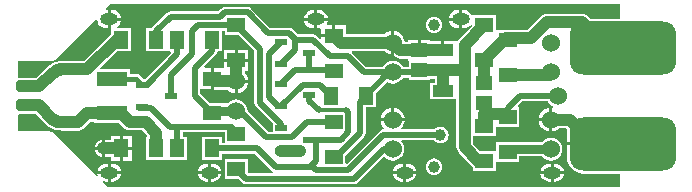
<source format=gbr>
%FSTAX25Y25*%
%MOMM*%
%SFA1B1*%

%IPPOS*%
%AMD16*
4,1,8,-1.000760,0.248920,-1.000760,-0.248920,-0.749300,-0.500380,0.749300,-0.500380,1.000760,-0.248920,1.000760,0.248920,0.749300,0.500380,-0.749300,0.500380,-1.000760,0.248920,0.0*
1,1,0.500000,-0.749300,0.248920*
1,1,0.500000,-0.749300,-0.248920*
1,1,0.500000,0.749300,-0.248920*
1,1,0.500000,0.749300,0.248920*
%
%AMD25*
4,1,8,3.375660,2.250440,-3.375660,2.250440,-4.500880,1.125220,-4.500880,-1.125220,-3.375660,-2.250440,3.375660,-2.250440,4.500880,-1.125220,4.500880,1.125220,3.375660,2.250440,0.0*
1,1,2.250000,3.375660,1.125220*
1,1,2.250000,-3.375660,1.125220*
1,1,2.250000,-3.375660,-1.125220*
1,1,2.250000,3.375660,-1.125220*
%
%ADD10R,1.749997X0.999998*%
%ADD11R,1.549997X1.299997*%
%ADD12R,0.999998X0.599999*%
%ADD13R,1.299997X1.549997*%
%ADD14R,2.649995X1.149998*%
%ADD15R,1.349997X1.199998*%
G04~CAMADD=16~8~0.0~0.0~393.7~787.4~98.4~0.0~15~0.0~0.0~0.0~0.0~0~0.0~0.0~0.0~0.0~0~0.0~0.0~0.0~90.0~788.0~394.0*
%ADD16D16*%
%ADD17C,0.999998*%
%ADD18C,0.999998*%
%ADD19C,0.399999*%
%ADD20C,0.499999*%
%ADD21C,0.299999*%
%ADD22C,0.799998*%
%ADD23O,1.499997X0.999998*%
%ADD24C,1.523997*%
G04~CAMADD=25~8~0.0~0.0~3543.3~1771.7~442.9~0.0~15~0.0~0.0~0.0~0.0~0~0.0~0.0~0.0~0.0~0~0.0~0.0~0.0~0.0~3543.3~1771.7*
%ADD25D25*%
%ADD26C,0.999998*%
%LNmicamp_copper_signal_top-1*%
%LPD*%
G36*
X-0025486Y0652142D02*
X-0277291D01*
X-0300075Y0674923*
X-0314695Y0686142*
X-0331726Y0693196*
X-0349999Y0695601*
X-0641756*
X-0660029Y0693196*
X-0677059Y0686142*
X-069168Y0674923*
X-0809302Y0557303*
X-0877498*
Y0557499*
X-1072499*
X-1077498Y0568126*
Y0682498*
X-1268102*
X-1272499*
X-1283522Y0686541*
X-1284137Y0688022*
X-1296222Y0703775*
X-1311973Y071586*
X-1330314Y0723458*
X-1349999Y0726048*
X-1362298*
Y0649998*
Y0573948*
X-1349999*
X-1330314Y0576539*
X-1311973Y0584136*
X-1296222Y0596221*
X-1290952Y0603092*
X-1277625Y0599597*
X-1277018Y0595327*
X-1389923Y0482422*
X-1399976Y0469323*
X-1412097Y0467898*
X-14121*
X-1512298*
Y0392498*
X-1537698*
Y0467898*
X-1632099*
Y0472899*
X-1712297*
Y0387499*
X-1737697*
Y0472899*
X-1817898*
Y0458101*
X-1848589*
X-1851014Y0476521*
X-1861251Y0501235*
X-1877537Y052246*
X-1898761Y0538746*
X-1923475Y0548982*
X-1937298Y0550804*
Y0449999*
Y0337479*
X-19228Y0326354*
X-1905772Y03193*
X-1887499Y0316895*
X-1817898*
Y0302099*
X-1812498Y0297497*
Y0245879*
X-1864878*
X-1865967Y0248513*
X-1881388Y0268607*
X-1901484Y0284027*
X-1924885Y0293723*
X-1949998Y0297027*
X-1975111Y0293723*
X-1998512Y0284027*
X-2018609Y0268607*
X-2034029Y0248513*
X-2035119Y0245879*
X-2175151*
X-2295966Y0366694*
X-2291374Y0379394*
X-2023887*
X-2022459Y0377537*
X-2001235Y0361251*
X-1976521Y0351012*
X-1962698Y0349194*
Y0449999*
Y0550804*
X-1976521Y0548982*
X-2001235Y0538746*
X-2022459Y052246*
X-2023887Y0520603*
X-2347099*
Y0600397*
X-2437297*
Y0509998*
X-2449997*
Y0497298*
X-2552898*
Y0488238*
X-2564632Y0483379*
X-2588694Y0507441*
X-2603578Y0517387*
X-2621137Y052088*
X-2749854*
X-2793916Y0564941*
X-28088Y0574888*
X-2826359Y057838*
X-2984855*
X-3146414Y0739942*
X-3161301Y0749886*
X-317886Y0753379*
X-3371138*
X-3388697Y0749886*
X-3403582Y0739942*
X-3427958Y0715563*
X-3830314*
X-3847873Y0712071*
X-3862758Y0702124*
X-3984942Y0579942*
X-3989915Y0572498*
X-4037497*
Y0377499*
X-3870198*
X-38675*
X-3857498*
X-3832844*
X-3827584Y0364799*
X-4047385Y0144998*
X-4062321*
X-4093659Y0176336*
X-410689Y0185178*
X-4122498Y0188282*
X-4172498*
Y0224998*
X-4420052*
X-4424911Y023673*
X-4284144Y0377499*
X-4162498*
Y0572498*
X-4282018*
X-4285396Y0580433*
X-4285589Y0585198*
X-4271223Y0596221*
X-4259135Y0611974*
X-425154Y0630313*
X-4250618Y0637298*
X-4337298*
Y0573074*
X-4332498Y0572498*
Y0563808*
Y0527931*
X-4336417Y0524924*
X-4565738Y0295602*
X-4763587*
X-4781859Y0293197*
X-4788123Y0290603*
X-4791125*
X-4809398Y0288196*
X-4826426Y0281142*
X-4841049Y0269923*
X-4845237Y0265734*
X-4845812Y0265658*
X-4862837Y0258605*
X-4877462Y0247385*
X-4973965Y0150881*
X-5109999*
X-5114693Y0149946*
X-512451Y0158003*
Y0299509*
X-4824999*
X-4815245Y0301449*
X-4806975Y0306976*
X-4462919Y0651029*
X-4450461Y064553*
X-4448456Y0630313*
X-4440859Y0611974*
X-4428774Y0596221*
X-4413023Y0584136*
X-4394682Y0576539*
X-4374997Y0573948*
X-4362698*
Y0649998*
Y0726048*
X-436994*
X-4375345Y0738606*
X-433944Y0774509*
X-0025486*
Y0652142*
G37*
G36*
X-1812498Y0137497D02*
X-1637499D01*
Y0146895*
X-1595602*
Y0112499*
X-1632498*
Y-0027498*
X-1529588*
X-1524998Y-0028102*
X-152041Y-0027498*
X-1417497*
X-1410601Y-0037343*
Y-0434997*
X-1408196Y-0453273*
X-1401142Y-0470301*
X-1389923Y-0484924*
X-1277424Y-0597423*
X-1272499Y-0601202*
Y-0632498*
X-1077498*
Y-0568126*
X-1072499Y-0557499*
X-1064798*
X-0877498*
Y-0511175*
X-0684314*
X-0678609Y-0518609*
X-0658512Y-0534029*
X-0635111Y-0543722*
X-0609998Y-0547029*
X-0584885Y-0543722*
X-0561484Y-0534029*
X-0541388Y-0518609*
X-0525967Y-0498513*
X-0516275Y-0475112*
X-0512968Y-0449999*
X-0516275Y-0424886*
X-0525967Y-0401482*
X-0541388Y-0381388*
X-0561484Y-0365968*
X-0584885Y-0356275*
X-0609998Y-0352968*
X-0635111Y-0356275*
X-0658512Y-0365968*
X-0678609Y-0381388*
X-0684314Y-0388823*
X-0877498*
Y-0387499*
X-1072499*
Y-0451868*
X-1077498Y-0462498*
X-1085199*
X-1212649*
X-1269395Y-0405754*
Y-0337499*
X-1077498*
Y-0273128*
X-1072499Y-0262498*
X-0877498*
Y-0092499*
X-0885004*
X-0889863Y-0080766*
X-0854979Y-004588*
X-0635119*
X-0634029Y-0048514*
X-0618609Y-006861*
X-0598512Y-008403*
X-0590745Y-0087246*
X-059406Y-0099621*
X-0597298Y-0099194*
Y-0199999*
Y-0300804*
X-0583476Y-0298983*
X-0558761Y-0288747*
X-0537537Y-027246*
X-053611Y-0270603*
X-0485874*
X-047516Y-0282646*
X-0476587Y-0293499*
Y-0393298*
X0*
Y-0418698*
X-0476587*
Y-0518497*
X-0471848Y-0554497*
X-0457954Y-0588043*
X-0435848Y-0616851*
X-0407042Y-0638954*
X-0373496Y-0652848*
X-0337499Y-0657588*
X-0025486*
Y-0774509*
X-4364441*
X-4406742Y-0732208*
X-4399549Y-0721443*
X-4394682Y-0723458*
X-4374997Y-0726048*
X-4362698*
Y-0662698*
X-4449378*
X-4448456Y-0669681*
X-4446442Y-0674547*
X-4457209Y-0681743*
X-4831974Y-0306976*
X-4840244Y-0301449*
X-4849997Y-0299511*
X-512451*
Y-0158003*
X-5114693Y-0149946*
X-5109999Y-0150881*
X-4976467*
X-4877424Y-0249923*
X-4862799Y-0261142*
X-4845773Y-0268196*
X-4842322Y-026865*
X-4841049Y-0269923*
X-4826426Y-0281144*
X-4809398Y-0288198*
X-4791125Y-0290603*
X-4770998*
X-4770772Y-0290697*
X-4752497Y-0293103*
X-4611372*
X-4593099Y-0290697*
X-4576069Y-0283644*
X-4561448Y-0272422*
X-4507125Y-0218102*
X-4477499*
Y-0224998*
X-4274847*
X-4228048Y-0271797*
X-4213425Y-0283019*
X-4196397Y-029007*
X-4178124Y-0292478*
X-4070471*
X-402815Y-0334799*
X-403341Y-0347499*
X-4037497*
Y-0542498*
X-38675*
X-3857498*
X-3687498*
Y-0347499*
X-3726616*
Y-0308983*
X-3372497*
Y-0399117*
X-3392497*
Y-0347499*
X-3562499*
Y-0542498*
X-3392497*
Y-049088*
X-3114004*
X-2972442Y-0632442*
X-2969135Y-0634649*
X-2966519Y-0651672*
X-2968482Y-0654118*
X-3173493*
X-3177499Y-0650113*
Y-0532498*
X-3372497*
Y-0702497*
X-3254885*
X-3224941Y-0732442*
X-3210057Y-0742388*
X-3192498Y-0745881*
X-2274999*
X-225744Y-0742388*
X-2242555Y-0732442*
X-2028101Y-0517987*
X-2018609Y-0518609*
X-1998512Y-0534029*
X-1975111Y-0543722*
X-1949998Y-0547029*
X-1924885Y-0543722*
X-1901484Y-0534029*
X-1881388Y-0518609*
X-1865967Y-0498513*
X-1856275Y-0475112*
X-1852968Y-0449999*
X-1856275Y-0424886*
X-1865967Y-0401482*
X-187679Y-038738*
X-1870527Y-037468*
X-1601144*
X-1596123Y-0381223*
X-15815Y-0392442*
X-1564472Y-0399496*
X-1546199Y-0401901*
X-1527924Y-0399496*
X-1510896Y-0392442*
X-1496273Y-0381223*
X-1485054Y-03666*
X-1478Y-0349572*
X-1475595Y-0331299*
X-1478Y-0313024*
X-1485054Y-0295996*
X-1496273Y-0281373*
X-1510896Y-0270154*
X-1527924Y-02631*
X-1546199Y-0260695*
X-1564472Y-02631*
X-15815Y-0270154*
X-1596123Y-0281373*
X-1597306Y-0282917*
X-187218*
X-1875815Y-0270217*
X-1861251Y-0251236*
X-1851014Y-0226522*
X-1849193Y-0212699*
X-1949998*
X-2050803*
X-2048984Y-0226522*
X-2038746Y-0251236*
X-2024181Y-0270217*
X-2026607Y-0278696*
X-202951Y-0283057*
X-2046356Y-028641*
X-2061243Y-0296354*
X-2339799Y-0574913*
X-2352499Y-056965*
Y-0508355*
X-2192555Y-0348411*
X-2182609Y-0333527*
X-2179116Y-0315968*
Y-0097497*
X-2092497*
Y0020111*
X-1997191Y011542*
X-1975111Y0106273*
X-1949998Y0102969*
X-1924885Y0106273*
X-1901484Y0115968*
X-1881388Y0131386*
X-1865967Y0151483*
X-1864878Y0154117*
X-1812498*
Y0137497*
G37*
G36*
X-3372497Y0512498D02*
X-3254885D01*
X-312088Y0378493*
Y-0057355*
X-3117387Y-0074912*
X-3107441Y-0089796*
X-2964997Y-0232239*
Y-0304116*
X-3000994*
X-3178218Y-0126893*
X-3177969Y-0124998*
X-3181273Y-0099885*
X-3190968Y-0076484*
X-3206389Y-0056388*
X-3226483Y-0040967*
X-3249886Y-0031275*
X-3274999Y-0027967*
X-3300112Y-0031275*
X-3323513Y-0040967*
X-334361Y-0056388*
X-3349315Y-0063822*
X-3379998*
Y-0062499*
X-3497613*
X-3579116Y0019004*
Y0057099*
X-3490198*
Y0147497*
Y0237898*
X-354062*
X-3545479Y0249631*
X-3445055Y0350055*
X-3435108Y0364939*
X-3432611Y0377499*
X-3392497*
Y0551616*
X-3372497*
Y0512498*
G37*
%LNmicamp_copper_signal_top-2*%
%LPC*%
G36*
X-1387698Y0726048D02*
X-1399999D01*
X-1419682Y0723458*
X-1438023Y071586*
X-1453774Y0703775*
X-1465861Y0688022*
X-1473456Y0669681*
X-1474378Y0662698*
X-1387698*
Y0726048*
G37*
G36*
X-2574998D02*
X-2587299D01*
Y0662698*
X-2500619*
X-2501539Y0669681*
X-2509136Y0688022*
X-2521221Y0703775*
X-2536974Y071586*
X-2555313Y0723458*
X-2574998Y0726048*
G37*
G36*
X-2612699D02*
X-2624998D01*
X-2644681Y0723458*
X-2663024Y071586*
X-2678775Y0703775*
X-269086Y0688022*
X-2698457Y0669681*
X-2699377Y0662698*
X-2612699*
Y0726048*
G37*
G36*
X-4324997D02*
X-4337298D01*
Y0662698*
X-4250618*
X-425154Y0669681*
X-4259135Y0688022*
X-4271223Y0703775*
X-4286973Y071586*
X-4305315Y0723458*
X-4324997Y0726048*
G37*
G36*
X-1387698Y0637298D02*
X-1474378D01*
X-1473456Y0630313*
X-1465861Y0611974*
X-1453774Y0596221*
X-1438023Y0584136*
X-1419682Y0576539*
X-1399999Y0573948*
X-1387698*
Y0637298*
G37*
G36*
X-2612699D02*
X-2699377D01*
X-2698457Y0630313*
X-269086Y0611974*
X-2678775Y0596221*
X-2663024Y0584136*
X-2644681Y0576539*
X-2624998Y0573948*
X-2612699*
Y0637298*
G37*
G36*
X-1599999Y0670603D02*
X-1618272Y0668197D01*
X-16353Y0661144*
X-1649923Y0649922*
X-1661144Y0635299*
X-1668195Y0618271*
X-1670603Y0599998*
X-1668195Y0581726*
X-1661144Y0564697*
X-1649923Y0550075*
X-16353Y0538853*
X-1618272Y0531799*
X-1599999Y0529394*
X-1581726Y0531799*
X-1564695Y0538853*
X-1550075Y0550075*
X-1538853Y0564697*
X-15318Y0581726*
X-1529394Y0599998*
X-15318Y0618271*
X-1538853Y0635299*
X-1550075Y0649922*
X-1564695Y0661144*
X-1581726Y0668197*
X-1599999Y0670603*
G37*
G36*
X-2500619Y0637298D02*
X-2587299D01*
Y0573948*
X-2574998*
X-2565598Y0575185*
X-2552898Y0564385*
Y0522698*
X-2462697*
Y0600397*
X-2503662*
X-2505334Y0603791*
X-2508671Y0613097*
X-2501539Y0630313*
X-2500619Y0637298*
G37*
G36*
X-1937298Y-0099194D02*
Y-0187299D01*
X-1849193*
X-1851014Y-0173476*
X-1861251Y-014876*
X-1877537Y-0127535*
X-1898761Y-0111252*
X-1923475Y-0101013*
X-1937298Y-0099194*
G37*
G36*
X-0622698D02*
X-0636521Y-0101013D01*
X-0661235Y-0111252*
X-0682459Y-0127535*
X-0698746Y-014876*
X-0708982Y-0173476*
X-0710803Y-0187299*
X-0622698*
Y-0099194*
G37*
G36*
X-1962698D02*
X-1976521Y-0101013D01*
X-2001235Y-0111252*
X-2022459Y-0127535*
X-2038746Y-014876*
X-2048984Y-0173476*
X-2050803Y-0187299*
X-1962698*
Y-0099194*
G37*
G36*
X-0622698Y-0212699D02*
X-0710803D01*
X-0708982Y-0226522*
X-0698746Y-0251236*
X-0682459Y-027246*
X-0661235Y-0288747*
X-0636521Y-0298983*
X-0622698Y-0300804*
Y-0212699*
G37*
G36*
X-4260199Y-0342099D02*
X-4337898D01*
Y-0374396*
X-4373422*
X-4380316Y-0371538*
X-4387298Y-0370619*
Y-0444997*
Y-0519376*
X-4380316Y-0518457*
X-4373422Y-0515602*
X-4337898*
Y-0547898*
X-4260199*
Y-0444997*
Y-0342099*
G37*
G36*
X-4412698Y-0370619D02*
X-4419683Y-0371538D01*
X-4438022Y-0379135*
X-4453775Y-0391223*
X-4465861Y-0406974*
X-4473458Y-0425315*
X-4474377Y-0432297*
X-4412698*
Y-0370619*
G37*
G36*
X-4157098Y-0342099D02*
X-4234799D01*
Y-0432297*
X-4157098*
Y-0342099*
G37*
G36*
X-4412698Y-0457697D02*
X-4474377D01*
X-4473458Y-0464682*
X-4465861Y-0483024*
X-4453775Y-0498774*
X-4438022Y-051086*
X-4419683Y-0518457*
X-4412698Y-0519376*
Y-0457697*
G37*
G36*
X-4157098D02*
X-4234799D01*
Y-0547898*
X-4157098*
Y-0457697*
G37*
G36*
X-0574997Y-0573948D02*
X-0587298D01*
Y-0637298*
X-0500618*
X-050154Y-0630313*
X-0509137Y-0611974*
X-0521223Y-0596221*
X-0536973Y-0584136*
X-0555315Y-0576539*
X-0574997Y-0573948*
G37*
G36*
X-0612698D02*
X-0624997D01*
X-0644682Y-0576539*
X-0663023Y-0584136*
X-0678774Y-0596221*
X-0690859Y-0611974*
X-0698456Y-0630313*
X-0699378Y-0637298*
X-0612698*
Y-0573948*
G37*
G36*
X-1824997D02*
X-1837298D01*
Y-0637298*
X-1750618*
X-175154Y-0630313*
X-1759137Y-0611974*
X-1771223Y-0596221*
X-1786973Y-0584136*
X-1805315Y-0576539*
X-1824997Y-0573948*
G37*
G36*
X-1862698D02*
X-1874997D01*
X-1894682Y-0576539*
X-1913023Y-0584136*
X-1928774Y-0596221*
X-1940859Y-0611974*
X-1948456Y-0630313*
X-1949378Y-0637298*
X-1862698*
Y-0573948*
G37*
G36*
X-3474999D02*
X-3487298D01*
Y-0637298*
X-340062*
X-340154Y-0630313*
X-3409137Y-0611974*
X-3421222Y-0596221*
X-3436973Y-0584136*
X-3455316Y-0576539*
X-3474999Y-0573948*
G37*
G36*
X-3512698D02*
X-3524999D01*
X-3544681Y-0576539*
X-3563023Y-0584136*
X-3578773Y-0596221*
X-3590861Y-0611974*
X-3598458Y-0630313*
X-3599378Y-0637298*
X-3512698*
Y-0573948*
G37*
G36*
X-4324997D02*
X-4337298D01*
Y-0637298*
X-4250618*
X-425154Y-0630313*
X-4259135Y-0611974*
X-4271223Y-0596221*
X-4286973Y-0584136*
X-4305315Y-0576539*
X-4324997Y-0573948*
G37*
G36*
X-4362698D02*
X-4374997D01*
X-4394682Y-0576539*
X-4413023Y-0584136*
X-4428774Y-0596221*
X-4440859Y-0611974*
X-4448456Y-0630313*
X-4449378Y-0637298*
X-4362698*
Y-0573948*
G37*
G36*
X-1599999Y-0529394D02*
X-1618272Y-0531799D01*
X-16353Y-0538853*
X-1649923Y-0550075*
X-1661144Y-0564697*
X-1668195Y-0581726*
X-1670603Y-0599998*
X-1668195Y-0618271*
X-1661144Y-0635299*
X-1649923Y-0649922*
X-16353Y-0661144*
X-1618272Y-0668197*
X-1599999Y-0670603*
X-1581726Y-0668197*
X-1564695Y-0661144*
X-1550075Y-0649922*
X-1538853Y-0635299*
X-15318Y-0618271*
X-1529394Y-0599998*
X-15318Y-0581726*
X-1538853Y-0564697*
X-1550075Y-0550075*
X-1564695Y-0538853*
X-1581726Y-0531799*
X-1599999Y-0529394*
G37*
G36*
X-0500618Y-0662698D02*
X-0587298D01*
Y-0726048*
X-0574997*
X-0555315Y-0723458*
X-0536973Y-071586*
X-0521223Y-0703775*
X-0509137Y-0688022*
X-050154Y-0669681*
X-0500618Y-0662698*
G37*
G36*
X-0612698D02*
X-0699378D01*
X-0698456Y-0669681*
X-0690859Y-0688022*
X-0678774Y-0703775*
X-0663023Y-071586*
X-0644682Y-0723458*
X-0624997Y-0726048*
X-0612698*
Y-0662698*
G37*
G36*
X-1750618D02*
X-1837298D01*
Y-0726048*
X-1824997*
X-1805315Y-0723458*
X-1786973Y-071586*
X-1771223Y-0703775*
X-1759137Y-0688022*
X-175154Y-0669681*
X-1750618Y-0662698*
G37*
G36*
X-1862698D02*
X-1949378D01*
X-1948456Y-0669681*
X-1940859Y-0688022*
X-1928774Y-0703775*
X-1913023Y-071586*
X-1894682Y-0723458*
X-1874997Y-0726048*
X-1862698*
Y-0662698*
G37*
G36*
X-340062D02*
X-3487298D01*
Y-0726048*
X-3474999*
X-3455316Y-0723458*
X-3436973Y-071586*
X-3421222Y-0703775*
X-3409137Y-0688022*
X-340154Y-0669681*
X-340062Y-0662698*
G37*
G36*
X-3512698D02*
X-3599378D01*
X-3598458Y-0669681*
X-3590861Y-0688022*
X-3578773Y-0703775*
X-3563023Y-071586*
X-3544681Y-0723458*
X-3524999Y-0726048*
X-3512698*
Y-0662698*
G37*
G36*
X-4250618D02*
X-4337298D01*
Y-0726048*
X-4324997*
X-4305315Y-0723458*
X-4286973Y-071586*
X-4271223Y-0703775*
X-4259135Y-0688022*
X-425154Y-0669681*
X-4250618Y-0662698*
G37*
G36*
X-3172099Y0392899D02*
X-3262299D01*
Y0315198*
X-3172099*
Y0392899*
G37*
G36*
X-3287699D02*
X-3377897D01*
Y0315198*
X-3287699*
Y0392899*
G37*
G36*
X-3174194Y0112298D02*
X-3262299D01*
Y0024193*
X-3248474Y0026014*
X-322376Y003625*
X-3202536Y0052537*
X-3186249Y0073759*
X-3176013Y0098475*
X-3174194Y0112298*
G37*
G36*
X-3274999Y0302498D02*
D01*
Y0289798*
X-3377897*
Y0237898*
X-3464798*
Y0147497*
Y0055684*
X-3454999Y0054394*
X-3348885*
X-334746Y0052537*
X-3326236Y003625*
X-3301522Y0026014*
X-3287699Y0024193*
Y0124998*
X-3274999*
Y0137698*
X-3174194*
X-3176013Y0151521*
X-3186249Y0176237*
X-3202536Y0197459*
X-3204395Y0198887*
Y0212097*
X-3172099*
Y0289798*
X-3274999*
Y0302498*
G37*
%LNmicamp_copper_signal_top-3*%
%LPD*%
G54D10*
X-1524998Y0042499D03*
Y0392498D03*
G54D11*
X-2449997Y0509998D03*
Y0214998D03*
X-3274999Y-0617499D03*
Y-0322498D03*
Y0302498D03*
Y0597499D03*
X-3477498Y0147497D03*
Y-0147497D03*
X-2449997Y-0222498D03*
Y-0517499D03*
X-1174998Y-0252498D03*
Y-0547499D03*
Y0302498D03*
Y0597499D03*
X-0974999Y0177497D03*
Y0472498D03*
Y-0472498D03*
Y-0177497D03*
G54D12*
X-2894998Y-0274998D03*
Y-0464997D03*
X-2654998Y-0369999D03*
X-4069999Y0094998D03*
Y-0094998D03*
X-3829999Y0D03*
X-2894998Y0457499D03*
Y0267497D03*
X-2654998Y0362498D03*
X-2894998Y0102499D03*
Y-0087497D03*
X-2654998Y0007498D03*
G54D13*
X-3477498Y0474997D03*
X-3772499D03*
Y-0444997D03*
X-3477498D03*
X-3952499D03*
X-4247499D03*
X-3952499Y0474997D03*
X-4247499D03*
X-2177498Y0D03*
X-2472499D03*
G54D14*
X-4324997Y0147497D03*
Y-0147497D03*
G54D15*
X-1724997Y0217497D03*
Y0387499D03*
X-1174998Y0109999D03*
Y-0059999D03*
G54D16*
X-5034998Y-0079999D03*
Y0079999D03*
G54D17*
X-1599999Y0599998D03*
Y-0599998D03*
G54D18*
X-4752497Y-0222498D02*
X-4611372D01*
X-4536371Y-0147497*
X-4324997*
X-4768588Y0219999D02*
X-4763587Y0224998D01*
X-4791125Y0219999D02*
X-4768588D01*
X-4813663Y0197459D02*
X-4791125Y0219999D01*
X-4827536Y0197459D02*
X-4813663D01*
X-4763587Y0224998D02*
X-4536493D01*
X-4944999Y0079999D02*
X-4827536Y0197459D01*
X-4827498Y-0199999D02*
X-4811125D01*
X-4791125Y-0219999*
X-4754999*
X-4752497Y-0222498*
X-4947498Y-0079999D02*
X-4827498Y-0199999D01*
X-3952499Y-0444997D02*
Y-0310601D01*
X-4041226Y-0221874D02*
X-3952499Y-0310601D01*
X-4178124Y-0221874D02*
X-4041226D01*
X-4252498Y-0147497D02*
X-4178124Y-0221874D01*
X-1174998Y-0149999D02*
X-1002499D01*
X-0632498Y0177497D02*
X-0609998Y0199999D01*
X-0974999Y0177497D02*
X-0632498D01*
X-0990798Y0486699D02*
X-0780056D01*
X-0641756Y0624997*
X-1174998Y0302498D02*
X-0990798Y0486699D01*
X-0641756Y0624997D02*
X-0349999D01*
X-1339999Y0432498D02*
X-1174998Y0597499D01*
X-1339999Y0217497D02*
Y0432498D01*
Y-0434997D02*
Y0217497D01*
Y-0434997D02*
X-1227498Y-0547499D01*
X-1174998Y-0252498D02*
Y-0149999D01*
X-1002499D02*
X-0974999Y-0177497D01*
X-0609998Y0199999D02*
X-0599998D01*
X-1887499Y0387499D02*
X-1699999D01*
X-2894998Y-0464997D02*
X-2738993D01*
X-0241498Y-0405998D02*
X-0074998D01*
X-0447499Y-0199999D02*
X-0241498Y-0405998D01*
X-0599998Y-0199999D02*
X-0447499D01*
X-0349999Y0624997D02*
X-0224998Y0499999D01*
X-5034998Y-0079999D02*
X-4947498D01*
X-1519999Y0217497D02*
X-1339999D01*
X-1699999D02*
X-1519999D01*
X-1524998Y0212498D02*
X-1519999Y0217497D01*
X-1524998Y0042499D02*
Y0212498D01*
X-1529999Y0387499D02*
X-1524998Y0392498D01*
X-1724997Y0387499D02*
X-1529999D01*
X-2738993Y-0469999D02*
Y-0464997D01*
X-2389997Y0449999D02*
X-1949998D01*
X-2449997Y0509998D02*
X-2389997Y0449999D01*
X-4286493Y0474997D02*
X-4247499D01*
X-4536493Y0224998D02*
X-4286493Y0474997D01*
X-1949998Y0449999D02*
X-1887499Y0387499D01*
X-4399998Y-0444997D02*
X-4247499D01*
X-3274999Y0124998D02*
Y0302498D01*
X-3477498Y0147497D02*
X-3454999Y0124998D01*
X-3274999*
X-4324997Y-0147497D02*
X-4252498D01*
X-5034998Y0079999D02*
X-4944999D01*
X-1227498Y-0547499D02*
X-1174998D01*
Y0109999D02*
Y0272498D01*
G54D19*
X-3314397Y-02631D02*
X-3249998Y-0327499D01*
X-4069999Y0094998D02*
X-4032498D01*
X-4122498Y0147497D02*
X-4069999Y0094998D01*
X-4324997Y0147497D02*
X-4122498D01*
G54D20*
X-4099999Y-0099999D02*
X-3999999D01*
X-3836896Y-02631D02*
X-3772499D01*
Y-0444997D02*
Y-02631D01*
X-3314397*
X-3999999Y-0099999D02*
X-3836896Y-02631D01*
X-0873983Y0D02*
X-0549998D01*
X-0974491Y-0100505D02*
X-0873983Y0D01*
X-2024999Y-0449999D02*
X-1949998D01*
X-2274999Y-0699998D02*
X-2024999Y-0449999D01*
X-3192498Y-0699998D02*
X-2274999D01*
X-1717499Y0199999D02*
X-1699999Y0217497D01*
X-1949998Y0199999D02*
X-1717499D01*
X-1977499D02*
X-1949998D01*
X-2194156D02*
X-1977499D01*
X-2224999Y-0047498D02*
X-1977499Y0199999D01*
X-2331656Y0337499D02*
X-2194156Y0199999D01*
X-2483637Y0337499D02*
X-2331656D01*
X-2224999Y-0315968D02*
Y-0047498D01*
X-242653Y-0517499D02*
X-2224999Y-0315968D01*
X-2449997Y-0517499D02*
X-242653D01*
X-2894998Y-0274998D02*
Y-0237355D01*
X-3074997Y-0057355D02*
X-2894998Y-0237355D01*
X-3074997Y-0057355D02*
Y0397499D01*
X-3274999Y0597499D02*
X-3074997Y0397499D01*
X-2999999Y0352498D02*
X-2894998Y0457499D01*
X-2999999Y-0012499D02*
Y0352498D01*
Y-0012499D02*
X-2924997Y-0087497D01*
X-3003859Y0532498D02*
X-2826359D01*
X-317886Y0707499D02*
X-3003859Y0532498D01*
X-3371138Y0707499D02*
X-317886D01*
X-3408954Y0669681D02*
X-3371138Y0707499D01*
X-3830314Y0669681D02*
X-3408954D01*
X-3952499Y0547499D02*
X-3830314Y0669681D01*
X-3602499Y0597499D02*
X-3274999D01*
X-3649997Y0549998D02*
X-3602499Y0597499D01*
X-2028799Y-0328797D02*
X-1546199D01*
X-2599999Y-0549998D02*
Y-0369999D01*
X-2343858Y-0122499D02*
X-2327498Y-0138859D01*
X-2654998Y-0044998D02*
X-2577498Y-0122499D01*
X-2654998Y-0044998D02*
Y0007498D01*
X-3477498Y0382498D02*
Y0474997D01*
X-3624999Y0234998D02*
X-3477498Y0382498D01*
X-3624999Y0D02*
Y0234998D01*
Y0D02*
X-3477498Y-0147497D01*
X-2826359Y0532498D02*
X-2774998Y0481139D01*
Y0387499D02*
Y0481139D01*
X-2894998Y0267497D02*
X-2774998Y0387499D01*
X-2768859Y0474997D02*
X-2621137D01*
X-2327498Y-0627499D02*
X-2028799Y-0328797D01*
X-2597497Y-0627499D02*
X-2327498D01*
X-3649997Y0354998D02*
Y0549998D01*
X-3829999Y0174998D02*
X-3649997Y0354998D01*
X-2624998Y-0599998D02*
X-2597497Y-0627499D01*
X-2649999Y-0599998D02*
X-2624998D01*
X-2649999D02*
X-2599999Y-0549998D01*
X-2567498Y0094998D02*
X-2472499Y0D01*
X-2712499Y0094998D02*
X-2567498D01*
X-2894998Y-0087497D02*
X-2712499Y0094998D01*
X-2654998Y0219999D02*
X-2454998D01*
X-2777497D02*
X-2654998D01*
X-2894998Y0102499D02*
X-2777497Y0219999D01*
X-2672499Y-0222498D02*
X-2449997D01*
X-2799999Y-0349999D02*
X-2672499Y-0222498D01*
X-3019999Y-0349999D02*
X-2799999D01*
X-3244999Y-0124998D02*
X-3019999Y-0349999D01*
X-2599999Y-0369999D02*
X-2391359D01*
X-2939999Y-0599998D02*
X-2649999D01*
X-3094997Y-0444997D02*
X-2939999Y-0599998D01*
X-3274999Y-0617499D02*
X-3192498Y-0699998D01*
X-2327498Y-0306138D02*
Y-0138859D01*
X-2391359Y-0369999D02*
X-2327498Y-0306138D01*
X-1949998Y-0449999D02*
X-1925876Y-0425876D01*
X-2621137Y0474997D02*
X-2483637Y0337499D01*
X-3952499Y0474997D02*
Y0547499D01*
X-2454998Y0219999D02*
X-2449997Y0214998D01*
X-2654998Y0219999D02*
Y0362498D01*
X-2924997Y-0087497D02*
X-2894998D01*
X-3477498Y-0444997D02*
X-3094997D01*
X-3829999Y0D02*
Y0174998D01*
X-3772499Y0354998D02*
Y0474997D01*
X-4032498Y0094998D02*
X-3772499Y0354998D01*
G54D21*
X-2577498Y-0122499D02*
X-2343858D01*
G54D22*
X-0974999Y-0472498D02*
X-09525Y-0449999D01*
X-3274999Y-0124998D02*
X-3244999D01*
X-3477498Y-0147497D02*
X-3454999Y-0124998D01*
X-3274999*
X-09525Y-0449999D02*
X-0599998D01*
G54D23*
X-4349998Y0649998D03*
Y-0649998D03*
X-3499998D03*
X-2599999Y0649998D03*
X-1849998Y-0649998D03*
X-1374998Y0649998D03*
X-0599998Y-0649998D03*
G54D24*
X-1949998Y-0449999D03*
Y-0199999D03*
X-3274999Y-0124998D03*
Y0124998D03*
X-1949998Y0199999D03*
Y0449999D03*
X-0609998Y-0199999D03*
Y-0449999D03*
Y0449999D03*
Y0199999D03*
X-0549998Y0D03*
G54D25*
X0Y-0405998D03*
Y0405998D03*
G54D26*
X-1546199Y-0331299D03*
X-2738993Y-0469999D03*
X-4399998Y-0444997D03*
M02*
</source>
